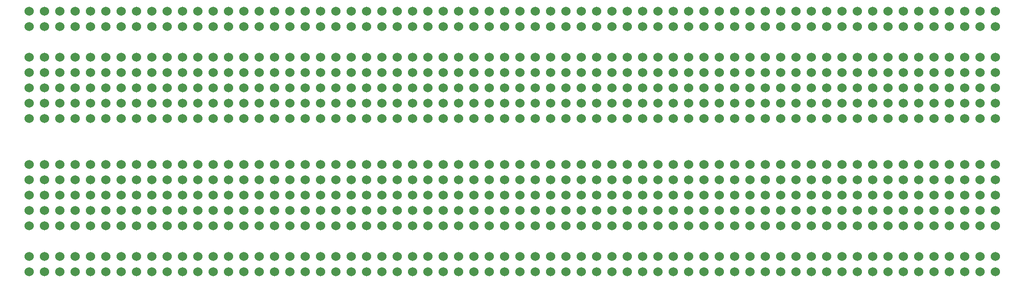
<source format=gbr>
%TF.GenerationSoftware,KiCad,Pcbnew,5.1.9-73d0e3b20d~88~ubuntu20.04.1*%
%TF.CreationDate,2021-01-27T17:20:50-06:00*%
%TF.ProjectId,ProtoPCBs,50726f74-6f50-4434-9273-2e6b69636164,rev?*%
%TF.SameCoordinates,Original*%
%TF.FileFunction,Copper,L2,Bot*%
%TF.FilePolarity,Positive*%
%FSLAX46Y46*%
G04 Gerber Fmt 4.6, Leading zero omitted, Abs format (unit mm)*
G04 Created by KiCad (PCBNEW 5.1.9-73d0e3b20d~88~ubuntu20.04.1) date 2021-01-27 17:20:50*
%MOMM*%
%LPD*%
G01*
G04 APERTURE LIST*
%TA.AperFunction,ComponentPad*%
%ADD10C,1.524000*%
%TD*%
G04 APERTURE END LIST*
D10*
%TO.P,REF\u002A\u002A,1*%
%TO.N,N/C*%
X71120000Y-58420000D03*
X228600000Y-60960000D03*
X226060000Y-60960000D03*
X223520000Y-58420000D03*
X208280000Y-58420000D03*
X167640000Y-58420000D03*
X175260000Y-58420000D03*
X180340000Y-58420000D03*
X187960000Y-58420000D03*
X203200000Y-60960000D03*
X210820000Y-60960000D03*
X190500000Y-58420000D03*
X195580000Y-58420000D03*
X165100000Y-58420000D03*
X180340000Y-60960000D03*
X218440000Y-60960000D03*
X220980000Y-60960000D03*
X190500000Y-60960000D03*
X223520000Y-60960000D03*
X231140000Y-60960000D03*
X177800000Y-60960000D03*
X210820000Y-58420000D03*
X195580000Y-60960000D03*
X200660000Y-58420000D03*
X154940000Y-60960000D03*
X198120000Y-58420000D03*
X193040000Y-58420000D03*
X157480000Y-60960000D03*
X81280000Y-60960000D03*
X134620000Y-58420000D03*
X104140000Y-58420000D03*
X152400000Y-58420000D03*
X162560000Y-60960000D03*
X215900000Y-58420000D03*
X185420000Y-58420000D03*
X165100000Y-60960000D03*
X182880000Y-58420000D03*
X152400000Y-60960000D03*
X172720000Y-60960000D03*
X193040000Y-60960000D03*
X177800000Y-58420000D03*
X83820000Y-60960000D03*
X101600000Y-58420000D03*
X71120000Y-60960000D03*
X91440000Y-60960000D03*
X154940000Y-58420000D03*
X205740000Y-58420000D03*
X111760000Y-60960000D03*
X83820000Y-58420000D03*
X99060000Y-60960000D03*
X213360000Y-60960000D03*
X228600000Y-58420000D03*
X162560000Y-58420000D03*
X231140000Y-58420000D03*
X215900000Y-60960000D03*
X220980000Y-58420000D03*
X218440000Y-58420000D03*
X160020000Y-58420000D03*
X175260000Y-60960000D03*
X208280000Y-60960000D03*
X226060000Y-58420000D03*
X182880000Y-60960000D03*
X185420000Y-60960000D03*
X205740000Y-60960000D03*
X203200000Y-58420000D03*
X172720000Y-58420000D03*
X187960000Y-60960000D03*
X157480000Y-58420000D03*
X198120000Y-60960000D03*
X170180000Y-58420000D03*
X170180000Y-60960000D03*
X200660000Y-60960000D03*
X167640000Y-60960000D03*
X213360000Y-58420000D03*
X137160000Y-60960000D03*
X139700000Y-60960000D03*
X109220000Y-60960000D03*
X142240000Y-60960000D03*
X149860000Y-60960000D03*
X96520000Y-60960000D03*
X147320000Y-60960000D03*
X144780000Y-60960000D03*
X142240000Y-58420000D03*
X127000000Y-58420000D03*
X86360000Y-58420000D03*
X93980000Y-58420000D03*
X99060000Y-58420000D03*
X106680000Y-58420000D03*
X121920000Y-60960000D03*
X129540000Y-60960000D03*
X109220000Y-58420000D03*
X132080000Y-60960000D03*
X147320000Y-58420000D03*
X81280000Y-58420000D03*
X114300000Y-58420000D03*
X149860000Y-58420000D03*
X134620000Y-60960000D03*
X139700000Y-58420000D03*
X137160000Y-58420000D03*
X78740000Y-58420000D03*
X93980000Y-60960000D03*
X127000000Y-60960000D03*
X144780000Y-58420000D03*
X101600000Y-60960000D03*
X104140000Y-60960000D03*
X124460000Y-60960000D03*
X121920000Y-58420000D03*
X91440000Y-58420000D03*
X106680000Y-60960000D03*
X76200000Y-58420000D03*
X116840000Y-60960000D03*
X88900000Y-58420000D03*
X88900000Y-60960000D03*
X119380000Y-60960000D03*
X86360000Y-60960000D03*
X132080000Y-58420000D03*
X129540000Y-58420000D03*
X114300000Y-60960000D03*
X119380000Y-58420000D03*
X73660000Y-60960000D03*
X116840000Y-58420000D03*
X111760000Y-58420000D03*
X124460000Y-58420000D03*
X160020000Y-60960000D03*
X96520000Y-58420000D03*
X76200000Y-60960000D03*
X78740000Y-60960000D03*
X73660000Y-58420000D03*
X231140000Y-99060000D03*
X226060000Y-101600000D03*
X226060000Y-99060000D03*
X177800000Y-99060000D03*
X187960000Y-99060000D03*
X175260000Y-99060000D03*
X160020000Y-99060000D03*
X195580000Y-101600000D03*
X160020000Y-101600000D03*
X193040000Y-99060000D03*
X167640000Y-101600000D03*
X198120000Y-101600000D03*
X154940000Y-101600000D03*
X218440000Y-99060000D03*
X231140000Y-101600000D03*
X172720000Y-99060000D03*
X215900000Y-101600000D03*
X213360000Y-99060000D03*
X218440000Y-101600000D03*
X208280000Y-101600000D03*
X167640000Y-99060000D03*
X190500000Y-101600000D03*
X182880000Y-99060000D03*
X182880000Y-101600000D03*
X177800000Y-101600000D03*
X165100000Y-101600000D03*
X157480000Y-101600000D03*
X170180000Y-101600000D03*
X71120000Y-101600000D03*
X142240000Y-99060000D03*
X142240000Y-101600000D03*
X139700000Y-99060000D03*
X139700000Y-101600000D03*
X106680000Y-101600000D03*
X93980000Y-101600000D03*
X152400000Y-101600000D03*
X223520000Y-99060000D03*
X223520000Y-101600000D03*
X220980000Y-99060000D03*
X220980000Y-101600000D03*
X187960000Y-101600000D03*
X175260000Y-101600000D03*
X195580000Y-99060000D03*
X215900000Y-99060000D03*
X190500000Y-99060000D03*
X172720000Y-101600000D03*
X114300000Y-99060000D03*
X134620000Y-99060000D03*
X109220000Y-99060000D03*
X91440000Y-101600000D03*
X162560000Y-101600000D03*
X111760000Y-101600000D03*
X99060000Y-99060000D03*
X99060000Y-101600000D03*
X73660000Y-101600000D03*
X213360000Y-101600000D03*
X228600000Y-101600000D03*
X193040000Y-101600000D03*
X180340000Y-99060000D03*
X180340000Y-101600000D03*
X170180000Y-99060000D03*
X228600000Y-99060000D03*
X154940000Y-99060000D03*
X165100000Y-99060000D03*
X203200000Y-99060000D03*
X203200000Y-101600000D03*
X200660000Y-99060000D03*
X200660000Y-101600000D03*
X162560000Y-99060000D03*
X185420000Y-99060000D03*
X208280000Y-99060000D03*
X81280000Y-99060000D03*
X76200000Y-99060000D03*
X88900000Y-101600000D03*
X104140000Y-99060000D03*
X81280000Y-101600000D03*
X210820000Y-99060000D03*
X205740000Y-101600000D03*
X205740000Y-99060000D03*
X185420000Y-101600000D03*
X198120000Y-99060000D03*
X210820000Y-101600000D03*
X152400000Y-99060000D03*
X137160000Y-99060000D03*
X149860000Y-101600000D03*
X91440000Y-99060000D03*
X134620000Y-101600000D03*
X132080000Y-99060000D03*
X137160000Y-101600000D03*
X127000000Y-101600000D03*
X86360000Y-99060000D03*
X109220000Y-101600000D03*
X101600000Y-99060000D03*
X101600000Y-101600000D03*
X96520000Y-101600000D03*
X149860000Y-99060000D03*
X144780000Y-101600000D03*
X144780000Y-99060000D03*
X96520000Y-99060000D03*
X106680000Y-99060000D03*
X93980000Y-99060000D03*
X78740000Y-99060000D03*
X114300000Y-101600000D03*
X78740000Y-101600000D03*
X111760000Y-99060000D03*
X86360000Y-101600000D03*
X157480000Y-99060000D03*
X132080000Y-101600000D03*
X147320000Y-101600000D03*
X116840000Y-101600000D03*
X88900000Y-99060000D03*
X147320000Y-99060000D03*
X73660000Y-99060000D03*
X83820000Y-99060000D03*
X121920000Y-99060000D03*
X121920000Y-101600000D03*
X119380000Y-99060000D03*
X119380000Y-101600000D03*
X129540000Y-99060000D03*
X124460000Y-101600000D03*
X124460000Y-99060000D03*
X104140000Y-101600000D03*
X116840000Y-99060000D03*
X129540000Y-101600000D03*
X71120000Y-99060000D03*
X127000000Y-99060000D03*
X83820000Y-101600000D03*
X76200000Y-101600000D03*
X71120000Y-83820000D03*
X228600000Y-86360000D03*
X226060000Y-86360000D03*
X223520000Y-83820000D03*
X231140000Y-91440000D03*
X226060000Y-93980000D03*
X226060000Y-91440000D03*
X208280000Y-83820000D03*
X195580000Y-88900000D03*
X160020000Y-88900000D03*
X167640000Y-83820000D03*
X175260000Y-83820000D03*
X177800000Y-91440000D03*
X177800000Y-88900000D03*
X187960000Y-91440000D03*
X180340000Y-83820000D03*
X175260000Y-91440000D03*
X160020000Y-91440000D03*
X180340000Y-88900000D03*
X187960000Y-83820000D03*
X195580000Y-93980000D03*
X193040000Y-88900000D03*
X160020000Y-93980000D03*
X203200000Y-86360000D03*
X193040000Y-91440000D03*
X210820000Y-86360000D03*
X175260000Y-88900000D03*
X190500000Y-83820000D03*
X167640000Y-93980000D03*
X198120000Y-93980000D03*
X195580000Y-83820000D03*
X165100000Y-83820000D03*
X180340000Y-86360000D03*
X154940000Y-93980000D03*
X157480000Y-88900000D03*
X218440000Y-91440000D03*
X218440000Y-88900000D03*
X218440000Y-86360000D03*
X231140000Y-93980000D03*
X220980000Y-86360000D03*
X226060000Y-88900000D03*
X185420000Y-88900000D03*
X172720000Y-91440000D03*
X190500000Y-86360000D03*
X215900000Y-93980000D03*
X213360000Y-88900000D03*
X223520000Y-86360000D03*
X213360000Y-91440000D03*
X231140000Y-86360000D03*
X218440000Y-93980000D03*
X208280000Y-93980000D03*
X177800000Y-86360000D03*
X167640000Y-91440000D03*
X190500000Y-93980000D03*
X182880000Y-91440000D03*
X182880000Y-93980000D03*
X177800000Y-93980000D03*
X162560000Y-88900000D03*
X210820000Y-83820000D03*
X195580000Y-86360000D03*
X208280000Y-91440000D03*
X200660000Y-83820000D03*
X182880000Y-88900000D03*
X165100000Y-93980000D03*
X165100000Y-88900000D03*
X154940000Y-86360000D03*
X157480000Y-93980000D03*
X170180000Y-93980000D03*
X198120000Y-83820000D03*
X193040000Y-83820000D03*
X157480000Y-86360000D03*
X71120000Y-93980000D03*
X81280000Y-86360000D03*
X134620000Y-83820000D03*
X142240000Y-91440000D03*
X142240000Y-93980000D03*
X139700000Y-91440000D03*
X139700000Y-93980000D03*
X106680000Y-93980000D03*
X106680000Y-88900000D03*
X104140000Y-83820000D03*
X93980000Y-93980000D03*
X152400000Y-83820000D03*
X152400000Y-93980000D03*
X162560000Y-86360000D03*
X215900000Y-83820000D03*
X223520000Y-91440000D03*
X223520000Y-93980000D03*
X220980000Y-91440000D03*
X220980000Y-93980000D03*
X187960000Y-93980000D03*
X187960000Y-88900000D03*
X185420000Y-83820000D03*
X175260000Y-93980000D03*
X195580000Y-91440000D03*
X200660000Y-88900000D03*
X215900000Y-91440000D03*
X220980000Y-88900000D03*
X223520000Y-88900000D03*
X203200000Y-88900000D03*
X165100000Y-86360000D03*
X172720000Y-88900000D03*
X210820000Y-88900000D03*
X182880000Y-83820000D03*
X190500000Y-91440000D03*
X152400000Y-86360000D03*
X172720000Y-86360000D03*
X172720000Y-93980000D03*
X193040000Y-86360000D03*
X114300000Y-91440000D03*
X119380000Y-88900000D03*
X170180000Y-88900000D03*
X177800000Y-83820000D03*
X134620000Y-91440000D03*
X139700000Y-88900000D03*
X142240000Y-88900000D03*
X152400000Y-88900000D03*
X121920000Y-88900000D03*
X83820000Y-86360000D03*
X91440000Y-88900000D03*
X129540000Y-88900000D03*
X101600000Y-83820000D03*
X109220000Y-91440000D03*
X71120000Y-86360000D03*
X91440000Y-86360000D03*
X154940000Y-83820000D03*
X91440000Y-93980000D03*
X205740000Y-83820000D03*
X162560000Y-93980000D03*
X111760000Y-86360000D03*
X111760000Y-93980000D03*
X99060000Y-91440000D03*
X99060000Y-93980000D03*
X83820000Y-83820000D03*
X99060000Y-86360000D03*
X73660000Y-93980000D03*
X76200000Y-88900000D03*
X167640000Y-88900000D03*
X231140000Y-88900000D03*
X213360000Y-86360000D03*
X213360000Y-93980000D03*
X228600000Y-93980000D03*
X228600000Y-83820000D03*
X215900000Y-88900000D03*
X162560000Y-83820000D03*
X193040000Y-93980000D03*
X180340000Y-91440000D03*
X180340000Y-93980000D03*
X170180000Y-91440000D03*
X231140000Y-83820000D03*
X215900000Y-86360000D03*
X228600000Y-91440000D03*
X220980000Y-83820000D03*
X218440000Y-83820000D03*
X160020000Y-83820000D03*
X175260000Y-86360000D03*
X154940000Y-91440000D03*
X165100000Y-91440000D03*
X203200000Y-91440000D03*
X203200000Y-93980000D03*
X200660000Y-91440000D03*
X200660000Y-93980000D03*
X208280000Y-86360000D03*
X226060000Y-83820000D03*
X162560000Y-91440000D03*
X208280000Y-88900000D03*
X185420000Y-91440000D03*
X182880000Y-86360000D03*
X185420000Y-86360000D03*
X205740000Y-86360000D03*
X203200000Y-83820000D03*
X210820000Y-91440000D03*
X205740000Y-93980000D03*
X205740000Y-91440000D03*
X172720000Y-83820000D03*
X187960000Y-86360000D03*
X185420000Y-93980000D03*
X157480000Y-83820000D03*
X198120000Y-91440000D03*
X198120000Y-88900000D03*
X198120000Y-86360000D03*
X210820000Y-93980000D03*
X154940000Y-88900000D03*
X170180000Y-83820000D03*
X152400000Y-91440000D03*
X170180000Y-86360000D03*
X200660000Y-86360000D03*
X205740000Y-88900000D03*
X190500000Y-88900000D03*
X167640000Y-86360000D03*
X213360000Y-83820000D03*
X228600000Y-88900000D03*
X137160000Y-91440000D03*
X137160000Y-88900000D03*
X137160000Y-86360000D03*
X149860000Y-93980000D03*
X139700000Y-86360000D03*
X144780000Y-88900000D03*
X104140000Y-88900000D03*
X91440000Y-91440000D03*
X109220000Y-86360000D03*
X134620000Y-93980000D03*
X132080000Y-88900000D03*
X142240000Y-86360000D03*
X132080000Y-91440000D03*
X149860000Y-86360000D03*
X137160000Y-93980000D03*
X127000000Y-93980000D03*
X96520000Y-86360000D03*
X86360000Y-91440000D03*
X109220000Y-93980000D03*
X101600000Y-91440000D03*
X101600000Y-93980000D03*
X96520000Y-93980000D03*
X81280000Y-88900000D03*
X147320000Y-86360000D03*
X144780000Y-86360000D03*
X142240000Y-83820000D03*
X149860000Y-91440000D03*
X144780000Y-93980000D03*
X144780000Y-91440000D03*
X127000000Y-83820000D03*
X114300000Y-88900000D03*
X78740000Y-88900000D03*
X86360000Y-83820000D03*
X93980000Y-83820000D03*
X96520000Y-91440000D03*
X96520000Y-88900000D03*
X106680000Y-91440000D03*
X99060000Y-83820000D03*
X93980000Y-91440000D03*
X78740000Y-91440000D03*
X99060000Y-88900000D03*
X106680000Y-83820000D03*
X114300000Y-93980000D03*
X111760000Y-88900000D03*
X78740000Y-93980000D03*
X121920000Y-86360000D03*
X111760000Y-91440000D03*
X129540000Y-86360000D03*
X93980000Y-88900000D03*
X109220000Y-83820000D03*
X86360000Y-93980000D03*
X157480000Y-91440000D03*
X86360000Y-88900000D03*
X149860000Y-88900000D03*
X132080000Y-86360000D03*
X132080000Y-93980000D03*
X147320000Y-93980000D03*
X147320000Y-83820000D03*
X134620000Y-88900000D03*
X81280000Y-83820000D03*
X116840000Y-93980000D03*
X114300000Y-83820000D03*
X88900000Y-91440000D03*
X149860000Y-83820000D03*
X134620000Y-86360000D03*
X147320000Y-91440000D03*
X139700000Y-83820000D03*
X137160000Y-83820000D03*
X78740000Y-83820000D03*
X93980000Y-86360000D03*
X73660000Y-91440000D03*
X83820000Y-91440000D03*
X121920000Y-91440000D03*
X121920000Y-93980000D03*
X119380000Y-91440000D03*
X119380000Y-93980000D03*
X127000000Y-86360000D03*
X144780000Y-83820000D03*
X101600000Y-86360000D03*
X104140000Y-86360000D03*
X124460000Y-86360000D03*
X121920000Y-83820000D03*
X129540000Y-91440000D03*
X124460000Y-93980000D03*
X124460000Y-91440000D03*
X91440000Y-83820000D03*
X106680000Y-86360000D03*
X104140000Y-93980000D03*
X76200000Y-83820000D03*
X116840000Y-91440000D03*
X116840000Y-88900000D03*
X116840000Y-86360000D03*
X129540000Y-93980000D03*
X73660000Y-88900000D03*
X88900000Y-83820000D03*
X71120000Y-91440000D03*
X88900000Y-86360000D03*
X119380000Y-86360000D03*
X124460000Y-88900000D03*
X109220000Y-88900000D03*
X86360000Y-86360000D03*
X132080000Y-83820000D03*
X147320000Y-88900000D03*
X129540000Y-83820000D03*
X114300000Y-86360000D03*
X127000000Y-91440000D03*
X119380000Y-83820000D03*
X101600000Y-88900000D03*
X83820000Y-93980000D03*
X83820000Y-88900000D03*
X73660000Y-86360000D03*
X76200000Y-93980000D03*
X88900000Y-93980000D03*
X116840000Y-83820000D03*
X111760000Y-83820000D03*
X127000000Y-88900000D03*
X124460000Y-83820000D03*
X160020000Y-86360000D03*
X88900000Y-88900000D03*
X104140000Y-91440000D03*
X96520000Y-83820000D03*
X81280000Y-93980000D03*
X71120000Y-88900000D03*
X76200000Y-86360000D03*
X78740000Y-86360000D03*
X73660000Y-83820000D03*
X76200000Y-91440000D03*
X81280000Y-91440000D03*
X152400000Y-66040000D03*
X152400000Y-76200000D03*
X162560000Y-68580000D03*
X215900000Y-66040000D03*
X223520000Y-73660000D03*
X223520000Y-76200000D03*
X220980000Y-73660000D03*
X220980000Y-76200000D03*
X187960000Y-76200000D03*
X187960000Y-71120000D03*
X185420000Y-66040000D03*
X175260000Y-76200000D03*
X195580000Y-73660000D03*
X200660000Y-71120000D03*
X215900000Y-73660000D03*
X220980000Y-71120000D03*
X223520000Y-71120000D03*
X203200000Y-71120000D03*
X165100000Y-68580000D03*
X172720000Y-71120000D03*
X210820000Y-71120000D03*
X182880000Y-66040000D03*
X190500000Y-73660000D03*
X152400000Y-68580000D03*
X172720000Y-68580000D03*
X172720000Y-76200000D03*
X193040000Y-68580000D03*
X193040000Y-76200000D03*
X180340000Y-73660000D03*
X180340000Y-76200000D03*
X165100000Y-66040000D03*
X180340000Y-68580000D03*
X154940000Y-76200000D03*
X157480000Y-71120000D03*
X218440000Y-73660000D03*
X218440000Y-71120000D03*
X218440000Y-68580000D03*
X231140000Y-76200000D03*
X220980000Y-68580000D03*
X226060000Y-71120000D03*
X185420000Y-71120000D03*
X172720000Y-73660000D03*
X190500000Y-68580000D03*
X215900000Y-76200000D03*
X213360000Y-71120000D03*
X223520000Y-68580000D03*
X213360000Y-73660000D03*
X231140000Y-68580000D03*
X218440000Y-76200000D03*
X208280000Y-76200000D03*
X177800000Y-68580000D03*
X167640000Y-73660000D03*
X190500000Y-76200000D03*
X182880000Y-73660000D03*
X182880000Y-76200000D03*
X177800000Y-76200000D03*
X162560000Y-71120000D03*
X228600000Y-68580000D03*
X226060000Y-68580000D03*
X223520000Y-66040000D03*
X231140000Y-73660000D03*
X226060000Y-76200000D03*
X226060000Y-73660000D03*
X208280000Y-66040000D03*
X195580000Y-71120000D03*
X160020000Y-71120000D03*
X167640000Y-66040000D03*
X175260000Y-66040000D03*
X177800000Y-73660000D03*
X177800000Y-71120000D03*
X187960000Y-73660000D03*
X180340000Y-66040000D03*
X175260000Y-73660000D03*
X160020000Y-73660000D03*
X180340000Y-71120000D03*
X187960000Y-66040000D03*
X195580000Y-76200000D03*
X193040000Y-71120000D03*
X160020000Y-76200000D03*
X203200000Y-68580000D03*
X193040000Y-73660000D03*
X210820000Y-68580000D03*
X175260000Y-71120000D03*
X190500000Y-66040000D03*
X167640000Y-76200000D03*
X167640000Y-71120000D03*
X231140000Y-71120000D03*
X213360000Y-68580000D03*
X213360000Y-76200000D03*
X228600000Y-76200000D03*
X228600000Y-66040000D03*
X215900000Y-71120000D03*
X162560000Y-66040000D03*
X198120000Y-76200000D03*
X195580000Y-66040000D03*
X170180000Y-73660000D03*
X231140000Y-66040000D03*
X215900000Y-68580000D03*
X228600000Y-73660000D03*
X220980000Y-66040000D03*
X218440000Y-66040000D03*
X160020000Y-66040000D03*
X175260000Y-68580000D03*
X154940000Y-73660000D03*
X165100000Y-73660000D03*
X203200000Y-73660000D03*
X203200000Y-76200000D03*
X200660000Y-73660000D03*
X200660000Y-76200000D03*
X208280000Y-68580000D03*
X226060000Y-66040000D03*
X182880000Y-68580000D03*
X185420000Y-68580000D03*
X205740000Y-68580000D03*
X203200000Y-66040000D03*
X210820000Y-73660000D03*
X205740000Y-76200000D03*
X205740000Y-73660000D03*
X172720000Y-66040000D03*
X187960000Y-68580000D03*
X185420000Y-76200000D03*
X157480000Y-66040000D03*
X198120000Y-73660000D03*
X198120000Y-71120000D03*
X198120000Y-68580000D03*
X210820000Y-76200000D03*
X154940000Y-71120000D03*
X170180000Y-66040000D03*
X152400000Y-73660000D03*
X170180000Y-68580000D03*
X200660000Y-68580000D03*
X205740000Y-71120000D03*
X190500000Y-71120000D03*
X167640000Y-68580000D03*
X213360000Y-66040000D03*
X228600000Y-71120000D03*
X210820000Y-66040000D03*
X195580000Y-68580000D03*
X208280000Y-73660000D03*
X200660000Y-66040000D03*
X182880000Y-71120000D03*
X165100000Y-76200000D03*
X165100000Y-71120000D03*
X154940000Y-68580000D03*
X157480000Y-76200000D03*
X170180000Y-76200000D03*
X198120000Y-66040000D03*
X193040000Y-66040000D03*
X208280000Y-71120000D03*
X205740000Y-66040000D03*
X170180000Y-71120000D03*
X185420000Y-73660000D03*
X177800000Y-66040000D03*
X162560000Y-76200000D03*
X152400000Y-71120000D03*
X157480000Y-68580000D03*
X160020000Y-68580000D03*
X154940000Y-66040000D03*
X157480000Y-73660000D03*
X162560000Y-73660000D03*
X134620000Y-73660000D03*
X139700000Y-71120000D03*
X142240000Y-71120000D03*
X149860000Y-71120000D03*
X132080000Y-68580000D03*
X132080000Y-76200000D03*
X147320000Y-76200000D03*
X147320000Y-66040000D03*
X134620000Y-71120000D03*
X134620000Y-76200000D03*
X132080000Y-71120000D03*
X142240000Y-68580000D03*
X132080000Y-73660000D03*
X149860000Y-68580000D03*
X137160000Y-76200000D03*
X134620000Y-66040000D03*
X142240000Y-73660000D03*
X142240000Y-76200000D03*
X139700000Y-73660000D03*
X139700000Y-76200000D03*
X147320000Y-68580000D03*
X144780000Y-68580000D03*
X142240000Y-66040000D03*
X149860000Y-73660000D03*
X144780000Y-76200000D03*
X144780000Y-73660000D03*
X137160000Y-73660000D03*
X137160000Y-71120000D03*
X137160000Y-68580000D03*
X149860000Y-76200000D03*
X139700000Y-68580000D03*
X144780000Y-71120000D03*
X149860000Y-66040000D03*
X134620000Y-68580000D03*
X147320000Y-73660000D03*
X139700000Y-66040000D03*
X137160000Y-66040000D03*
X132080000Y-66040000D03*
X147320000Y-71120000D03*
X144780000Y-66040000D03*
X127000000Y-76200000D03*
X127000000Y-71120000D03*
X124460000Y-66040000D03*
X114300000Y-76200000D03*
X111760000Y-71120000D03*
X121920000Y-66040000D03*
X129540000Y-73660000D03*
X111760000Y-68580000D03*
X111760000Y-76200000D03*
X119380000Y-73660000D03*
X119380000Y-76200000D03*
X119380000Y-68580000D03*
X124460000Y-71120000D03*
X111760000Y-73660000D03*
X129540000Y-68580000D03*
X116840000Y-68580000D03*
X129540000Y-76200000D03*
X121920000Y-73660000D03*
X121920000Y-76200000D03*
X116840000Y-76200000D03*
X114300000Y-66040000D03*
X116840000Y-73660000D03*
X116840000Y-71120000D03*
X127000000Y-73660000D03*
X119380000Y-66040000D03*
X114300000Y-73660000D03*
X119380000Y-71120000D03*
X127000000Y-66040000D03*
X114300000Y-71120000D03*
X129540000Y-66040000D03*
X114300000Y-68580000D03*
X121920000Y-68580000D03*
X124460000Y-68580000D03*
X111760000Y-66040000D03*
X127000000Y-68580000D03*
X124460000Y-76200000D03*
X129540000Y-71120000D03*
X121920000Y-71120000D03*
X124460000Y-73660000D03*
X116840000Y-66040000D03*
X91440000Y-66040000D03*
X91440000Y-76200000D03*
X101600000Y-68580000D03*
X104140000Y-68580000D03*
X91440000Y-68580000D03*
X104140000Y-66040000D03*
X93980000Y-76200000D03*
X96520000Y-71120000D03*
X106680000Y-73660000D03*
X101600000Y-71120000D03*
X99060000Y-71120000D03*
X106680000Y-66040000D03*
X99060000Y-73660000D03*
X99060000Y-76200000D03*
X106680000Y-76200000D03*
X106680000Y-71120000D03*
X101600000Y-66040000D03*
X109220000Y-73660000D03*
X99060000Y-66040000D03*
X93980000Y-73660000D03*
X104140000Y-73660000D03*
X96520000Y-66040000D03*
X93980000Y-71120000D03*
X109220000Y-66040000D03*
X91440000Y-73660000D03*
X109220000Y-68580000D03*
X106680000Y-68580000D03*
X104140000Y-76200000D03*
X104140000Y-71120000D03*
X93980000Y-68580000D03*
X96520000Y-76200000D03*
X109220000Y-76200000D03*
X109220000Y-71120000D03*
X101600000Y-76200000D03*
X91440000Y-71120000D03*
X96520000Y-68580000D03*
X99060000Y-68580000D03*
X93980000Y-66040000D03*
X96520000Y-73660000D03*
X101600000Y-73660000D03*
X88900000Y-73660000D03*
X88900000Y-66040000D03*
X88900000Y-76200000D03*
X88900000Y-71120000D03*
X88900000Y-68580000D03*
X86360000Y-68580000D03*
X86360000Y-66040000D03*
X86360000Y-73660000D03*
X86360000Y-76200000D03*
X86360000Y-71120000D03*
X83820000Y-68580000D03*
X83820000Y-71120000D03*
X83820000Y-66040000D03*
X83820000Y-76200000D03*
X83820000Y-73660000D03*
X81280000Y-71120000D03*
X81280000Y-73660000D03*
X81280000Y-76200000D03*
X81280000Y-66040000D03*
X81280000Y-68580000D03*
X78740000Y-71120000D03*
X78740000Y-66040000D03*
X78740000Y-76200000D03*
X78740000Y-68580000D03*
X78740000Y-73660000D03*
X76200000Y-76200000D03*
X76200000Y-73660000D03*
X76200000Y-71120000D03*
X76200000Y-68580000D03*
X76200000Y-66040000D03*
X73660000Y-66040000D03*
X73660000Y-76200000D03*
X73660000Y-68580000D03*
X73660000Y-73660000D03*
X73660000Y-71120000D03*
X71120000Y-76200000D03*
X71120000Y-73660000D03*
X71120000Y-71120000D03*
X71120000Y-68580000D03*
X71120000Y-66040000D03*
%TD*%
M02*

</source>
